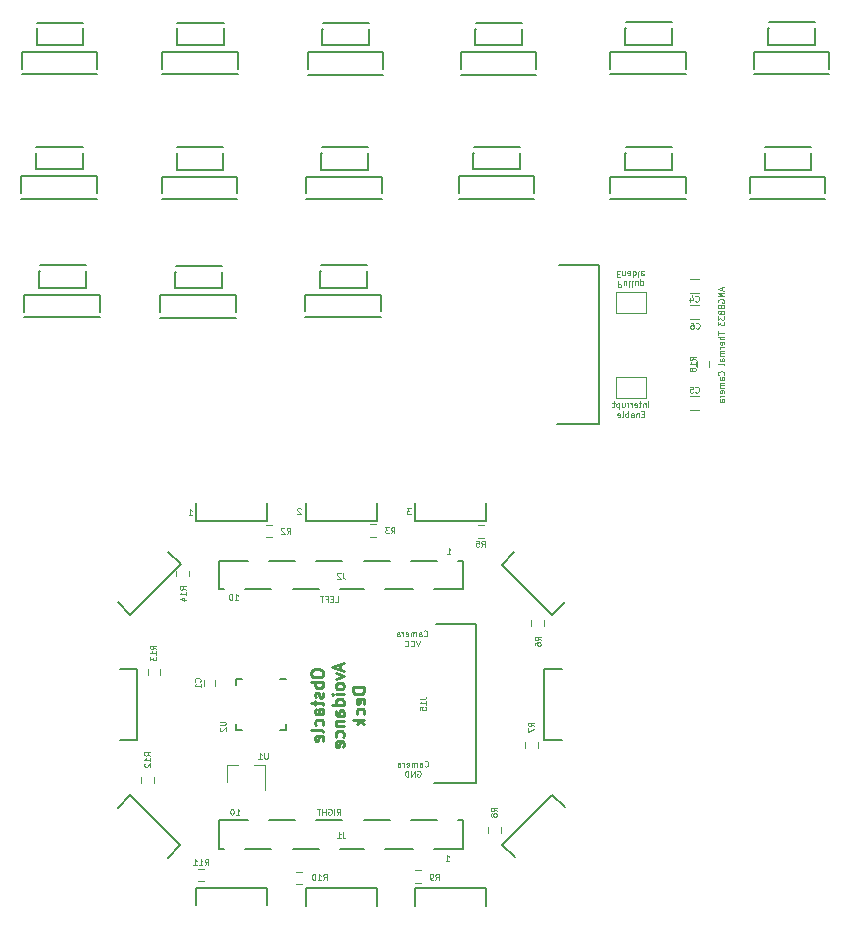
<source format=gbo>
G04 #@! TF.FileFunction,Legend,Bot*
%FSLAX46Y46*%
G04 Gerber Fmt 4.6, Leading zero omitted, Abs format (unit mm)*
G04 Created by KiCad (PCBNEW 4.0.7-e2-6376~58~ubuntu16.04.1) date Fri Aug  3 16:41:56 2018*
%MOMM*%
%LPD*%
G01*
G04 APERTURE LIST*
%ADD10C,0.100000*%
%ADD11C,0.125000*%
%ADD12C,0.250000*%
%ADD13C,0.200000*%
%ADD14C,0.150000*%
%ADD15C,0.120000*%
G04 APERTURE END LIST*
D10*
D11*
X170883333Y-71410954D02*
X170883333Y-71649049D01*
X171026190Y-71363335D02*
X170526190Y-71530002D01*
X171026190Y-71696668D01*
X171026190Y-71863335D02*
X170526190Y-71863335D01*
X170883333Y-72030001D01*
X170526190Y-72196668D01*
X171026190Y-72196668D01*
X170550000Y-72696668D02*
X170526190Y-72649049D01*
X170526190Y-72577621D01*
X170550000Y-72506192D01*
X170597619Y-72458573D01*
X170645238Y-72434764D01*
X170740476Y-72410954D01*
X170811905Y-72410954D01*
X170907143Y-72434764D01*
X170954762Y-72458573D01*
X171002381Y-72506192D01*
X171026190Y-72577621D01*
X171026190Y-72625240D01*
X171002381Y-72696668D01*
X170978571Y-72720478D01*
X170811905Y-72720478D01*
X170811905Y-72625240D01*
X170740476Y-73006192D02*
X170716667Y-72958573D01*
X170692857Y-72934764D01*
X170645238Y-72910954D01*
X170621429Y-72910954D01*
X170573810Y-72934764D01*
X170550000Y-72958573D01*
X170526190Y-73006192D01*
X170526190Y-73101430D01*
X170550000Y-73149049D01*
X170573810Y-73172859D01*
X170621429Y-73196668D01*
X170645238Y-73196668D01*
X170692857Y-73172859D01*
X170716667Y-73149049D01*
X170740476Y-73101430D01*
X170740476Y-73006192D01*
X170764286Y-72958573D01*
X170788095Y-72934764D01*
X170835714Y-72910954D01*
X170930952Y-72910954D01*
X170978571Y-72934764D01*
X171002381Y-72958573D01*
X171026190Y-73006192D01*
X171026190Y-73101430D01*
X171002381Y-73149049D01*
X170978571Y-73172859D01*
X170930952Y-73196668D01*
X170835714Y-73196668D01*
X170788095Y-73172859D01*
X170764286Y-73149049D01*
X170740476Y-73101430D01*
X170740476Y-73482382D02*
X170716667Y-73434763D01*
X170692857Y-73410954D01*
X170645238Y-73387144D01*
X170621429Y-73387144D01*
X170573810Y-73410954D01*
X170550000Y-73434763D01*
X170526190Y-73482382D01*
X170526190Y-73577620D01*
X170550000Y-73625239D01*
X170573810Y-73649049D01*
X170621429Y-73672858D01*
X170645238Y-73672858D01*
X170692857Y-73649049D01*
X170716667Y-73625239D01*
X170740476Y-73577620D01*
X170740476Y-73482382D01*
X170764286Y-73434763D01*
X170788095Y-73410954D01*
X170835714Y-73387144D01*
X170930952Y-73387144D01*
X170978571Y-73410954D01*
X171002381Y-73434763D01*
X171026190Y-73482382D01*
X171026190Y-73577620D01*
X171002381Y-73625239D01*
X170978571Y-73649049D01*
X170930952Y-73672858D01*
X170835714Y-73672858D01*
X170788095Y-73649049D01*
X170764286Y-73625239D01*
X170740476Y-73577620D01*
X170526190Y-73839525D02*
X170526190Y-74149048D01*
X170716667Y-73982382D01*
X170716667Y-74053810D01*
X170740476Y-74101429D01*
X170764286Y-74125239D01*
X170811905Y-74149048D01*
X170930952Y-74149048D01*
X170978571Y-74125239D01*
X171002381Y-74101429D01*
X171026190Y-74053810D01*
X171026190Y-73910953D01*
X171002381Y-73863334D01*
X170978571Y-73839525D01*
X170526190Y-74315715D02*
X170526190Y-74625238D01*
X170716667Y-74458572D01*
X170716667Y-74530000D01*
X170740476Y-74577619D01*
X170764286Y-74601429D01*
X170811905Y-74625238D01*
X170930952Y-74625238D01*
X170978571Y-74601429D01*
X171002381Y-74577619D01*
X171026190Y-74530000D01*
X171026190Y-74387143D01*
X171002381Y-74339524D01*
X170978571Y-74315715D01*
X170526190Y-75149047D02*
X170526190Y-75434761D01*
X171026190Y-75291904D02*
X170526190Y-75291904D01*
X171026190Y-75601428D02*
X170526190Y-75601428D01*
X171026190Y-75815713D02*
X170764286Y-75815713D01*
X170716667Y-75791904D01*
X170692857Y-75744285D01*
X170692857Y-75672856D01*
X170716667Y-75625237D01*
X170740476Y-75601428D01*
X171002381Y-76244285D02*
X171026190Y-76196666D01*
X171026190Y-76101428D01*
X171002381Y-76053809D01*
X170954762Y-76029999D01*
X170764286Y-76029999D01*
X170716667Y-76053809D01*
X170692857Y-76101428D01*
X170692857Y-76196666D01*
X170716667Y-76244285D01*
X170764286Y-76268094D01*
X170811905Y-76268094D01*
X170859524Y-76029999D01*
X171026190Y-76482380D02*
X170692857Y-76482380D01*
X170788095Y-76482380D02*
X170740476Y-76506189D01*
X170716667Y-76529999D01*
X170692857Y-76577618D01*
X170692857Y-76625237D01*
X171026190Y-76791904D02*
X170692857Y-76791904D01*
X170740476Y-76791904D02*
X170716667Y-76815713D01*
X170692857Y-76863332D01*
X170692857Y-76934761D01*
X170716667Y-76982380D01*
X170764286Y-77006189D01*
X171026190Y-77006189D01*
X170764286Y-77006189D02*
X170716667Y-77029999D01*
X170692857Y-77077618D01*
X170692857Y-77149046D01*
X170716667Y-77196666D01*
X170764286Y-77220475D01*
X171026190Y-77220475D01*
X171026190Y-77672856D02*
X170764286Y-77672856D01*
X170716667Y-77649047D01*
X170692857Y-77601428D01*
X170692857Y-77506190D01*
X170716667Y-77458571D01*
X171002381Y-77672856D02*
X171026190Y-77625237D01*
X171026190Y-77506190D01*
X171002381Y-77458571D01*
X170954762Y-77434761D01*
X170907143Y-77434761D01*
X170859524Y-77458571D01*
X170835714Y-77506190D01*
X170835714Y-77625237D01*
X170811905Y-77672856D01*
X171026190Y-77982380D02*
X171002381Y-77934761D01*
X170954762Y-77910952D01*
X170526190Y-77910952D01*
X170978571Y-78839523D02*
X171002381Y-78815713D01*
X171026190Y-78744285D01*
X171026190Y-78696666D01*
X171002381Y-78625237D01*
X170954762Y-78577618D01*
X170907143Y-78553809D01*
X170811905Y-78529999D01*
X170740476Y-78529999D01*
X170645238Y-78553809D01*
X170597619Y-78577618D01*
X170550000Y-78625237D01*
X170526190Y-78696666D01*
X170526190Y-78744285D01*
X170550000Y-78815713D01*
X170573810Y-78839523D01*
X171026190Y-79268094D02*
X170764286Y-79268094D01*
X170716667Y-79244285D01*
X170692857Y-79196666D01*
X170692857Y-79101428D01*
X170716667Y-79053809D01*
X171002381Y-79268094D02*
X171026190Y-79220475D01*
X171026190Y-79101428D01*
X171002381Y-79053809D01*
X170954762Y-79029999D01*
X170907143Y-79029999D01*
X170859524Y-79053809D01*
X170835714Y-79101428D01*
X170835714Y-79220475D01*
X170811905Y-79268094D01*
X171026190Y-79506190D02*
X170692857Y-79506190D01*
X170740476Y-79506190D02*
X170716667Y-79529999D01*
X170692857Y-79577618D01*
X170692857Y-79649047D01*
X170716667Y-79696666D01*
X170764286Y-79720475D01*
X171026190Y-79720475D01*
X170764286Y-79720475D02*
X170716667Y-79744285D01*
X170692857Y-79791904D01*
X170692857Y-79863332D01*
X170716667Y-79910952D01*
X170764286Y-79934761D01*
X171026190Y-79934761D01*
X171002381Y-80363333D02*
X171026190Y-80315714D01*
X171026190Y-80220476D01*
X171002381Y-80172857D01*
X170954762Y-80149047D01*
X170764286Y-80149047D01*
X170716667Y-80172857D01*
X170692857Y-80220476D01*
X170692857Y-80315714D01*
X170716667Y-80363333D01*
X170764286Y-80387142D01*
X170811905Y-80387142D01*
X170859524Y-80149047D01*
X171026190Y-80601428D02*
X170692857Y-80601428D01*
X170788095Y-80601428D02*
X170740476Y-80625237D01*
X170716667Y-80649047D01*
X170692857Y-80696666D01*
X170692857Y-80744285D01*
X171026190Y-81125237D02*
X170764286Y-81125237D01*
X170716667Y-81101428D01*
X170692857Y-81053809D01*
X170692857Y-80958571D01*
X170716667Y-80910952D01*
X171002381Y-81125237D02*
X171026190Y-81077618D01*
X171026190Y-80958571D01*
X171002381Y-80910952D01*
X170954762Y-80887142D01*
X170907143Y-80887142D01*
X170859524Y-80910952D01*
X170835714Y-80958571D01*
X170835714Y-81077618D01*
X170811905Y-81125237D01*
D10*
X162013572Y-70898810D02*
X162013572Y-71398810D01*
X162204048Y-71398810D01*
X162251667Y-71375000D01*
X162275476Y-71351190D01*
X162299286Y-71303571D01*
X162299286Y-71232143D01*
X162275476Y-71184524D01*
X162251667Y-71160714D01*
X162204048Y-71136905D01*
X162013572Y-71136905D01*
X162727857Y-71232143D02*
X162727857Y-70898810D01*
X162513572Y-71232143D02*
X162513572Y-70970238D01*
X162537381Y-70922619D01*
X162585000Y-70898810D01*
X162656429Y-70898810D01*
X162704048Y-70922619D01*
X162727857Y-70946429D01*
X163037381Y-70898810D02*
X162989762Y-70922619D01*
X162965953Y-70970238D01*
X162965953Y-71398810D01*
X163299286Y-70898810D02*
X163251667Y-70922619D01*
X163227858Y-70970238D01*
X163227858Y-71398810D01*
X163704048Y-71232143D02*
X163704048Y-70898810D01*
X163489763Y-71232143D02*
X163489763Y-70970238D01*
X163513572Y-70922619D01*
X163561191Y-70898810D01*
X163632620Y-70898810D01*
X163680239Y-70922619D01*
X163704048Y-70946429D01*
X163942144Y-71232143D02*
X163942144Y-70732143D01*
X163942144Y-71208333D02*
X163989763Y-71232143D01*
X164085001Y-71232143D01*
X164132620Y-71208333D01*
X164156429Y-71184524D01*
X164180239Y-71136905D01*
X164180239Y-70994048D01*
X164156429Y-70946429D01*
X164132620Y-70922619D01*
X164085001Y-70898810D01*
X163989763Y-70898810D01*
X163942144Y-70922619D01*
X161954048Y-70310714D02*
X162120714Y-70310714D01*
X162192143Y-70048810D02*
X161954048Y-70048810D01*
X161954048Y-70548810D01*
X162192143Y-70548810D01*
X162406429Y-70382143D02*
X162406429Y-70048810D01*
X162406429Y-70334524D02*
X162430238Y-70358333D01*
X162477857Y-70382143D01*
X162549286Y-70382143D01*
X162596905Y-70358333D01*
X162620714Y-70310714D01*
X162620714Y-70048810D01*
X163073095Y-70048810D02*
X163073095Y-70310714D01*
X163049286Y-70358333D01*
X163001667Y-70382143D01*
X162906429Y-70382143D01*
X162858810Y-70358333D01*
X163073095Y-70072619D02*
X163025476Y-70048810D01*
X162906429Y-70048810D01*
X162858810Y-70072619D01*
X162835000Y-70120238D01*
X162835000Y-70167857D01*
X162858810Y-70215476D01*
X162906429Y-70239286D01*
X163025476Y-70239286D01*
X163073095Y-70263095D01*
X163311191Y-70048810D02*
X163311191Y-70548810D01*
X163311191Y-70358333D02*
X163358810Y-70382143D01*
X163454048Y-70382143D01*
X163501667Y-70358333D01*
X163525476Y-70334524D01*
X163549286Y-70286905D01*
X163549286Y-70144048D01*
X163525476Y-70096429D01*
X163501667Y-70072619D01*
X163454048Y-70048810D01*
X163358810Y-70048810D01*
X163311191Y-70072619D01*
X163835000Y-70048810D02*
X163787381Y-70072619D01*
X163763572Y-70120238D01*
X163763572Y-70548810D01*
X164215953Y-70072619D02*
X164168334Y-70048810D01*
X164073096Y-70048810D01*
X164025477Y-70072619D01*
X164001667Y-70120238D01*
X164001667Y-70310714D01*
X164025477Y-70358333D01*
X164073096Y-70382143D01*
X164168334Y-70382143D01*
X164215953Y-70358333D01*
X164239762Y-70310714D01*
X164239762Y-70263095D01*
X164001667Y-70215476D01*
X164623094Y-81576190D02*
X164623094Y-81076190D01*
X164384999Y-81242857D02*
X164384999Y-81576190D01*
X164384999Y-81290476D02*
X164361190Y-81266667D01*
X164313571Y-81242857D01*
X164242142Y-81242857D01*
X164194523Y-81266667D01*
X164170714Y-81314286D01*
X164170714Y-81576190D01*
X164004047Y-81242857D02*
X163813571Y-81242857D01*
X163932618Y-81076190D02*
X163932618Y-81504762D01*
X163908809Y-81552381D01*
X163861190Y-81576190D01*
X163813571Y-81576190D01*
X163456428Y-81552381D02*
X163504047Y-81576190D01*
X163599285Y-81576190D01*
X163646904Y-81552381D01*
X163670714Y-81504762D01*
X163670714Y-81314286D01*
X163646904Y-81266667D01*
X163599285Y-81242857D01*
X163504047Y-81242857D01*
X163456428Y-81266667D01*
X163432619Y-81314286D01*
X163432619Y-81361905D01*
X163670714Y-81409524D01*
X163218333Y-81576190D02*
X163218333Y-81242857D01*
X163218333Y-81338095D02*
X163194524Y-81290476D01*
X163170714Y-81266667D01*
X163123095Y-81242857D01*
X163075476Y-81242857D01*
X162908809Y-81576190D02*
X162908809Y-81242857D01*
X162908809Y-81338095D02*
X162885000Y-81290476D01*
X162861190Y-81266667D01*
X162813571Y-81242857D01*
X162765952Y-81242857D01*
X162385000Y-81242857D02*
X162385000Y-81576190D01*
X162599285Y-81242857D02*
X162599285Y-81504762D01*
X162575476Y-81552381D01*
X162527857Y-81576190D01*
X162456428Y-81576190D01*
X162408809Y-81552381D01*
X162385000Y-81528571D01*
X162146904Y-81242857D02*
X162146904Y-81742857D01*
X162146904Y-81266667D02*
X162099285Y-81242857D01*
X162004047Y-81242857D01*
X161956428Y-81266667D01*
X161932619Y-81290476D01*
X161908809Y-81338095D01*
X161908809Y-81480952D01*
X161932619Y-81528571D01*
X161956428Y-81552381D01*
X162004047Y-81576190D01*
X162099285Y-81576190D01*
X162146904Y-81552381D01*
X161765952Y-81242857D02*
X161575476Y-81242857D01*
X161694523Y-81076190D02*
X161694523Y-81504762D01*
X161670714Y-81552381D01*
X161623095Y-81576190D01*
X161575476Y-81576190D01*
X164265952Y-82164286D02*
X164099286Y-82164286D01*
X164027857Y-82426190D02*
X164265952Y-82426190D01*
X164265952Y-81926190D01*
X164027857Y-81926190D01*
X163813571Y-82092857D02*
X163813571Y-82426190D01*
X163813571Y-82140476D02*
X163789762Y-82116667D01*
X163742143Y-82092857D01*
X163670714Y-82092857D01*
X163623095Y-82116667D01*
X163599286Y-82164286D01*
X163599286Y-82426190D01*
X163146905Y-82426190D02*
X163146905Y-82164286D01*
X163170714Y-82116667D01*
X163218333Y-82092857D01*
X163313571Y-82092857D01*
X163361190Y-82116667D01*
X163146905Y-82402381D02*
X163194524Y-82426190D01*
X163313571Y-82426190D01*
X163361190Y-82402381D01*
X163385000Y-82354762D01*
X163385000Y-82307143D01*
X163361190Y-82259524D01*
X163313571Y-82235714D01*
X163194524Y-82235714D01*
X163146905Y-82211905D01*
X162908809Y-82426190D02*
X162908809Y-81926190D01*
X162908809Y-82116667D02*
X162861190Y-82092857D01*
X162765952Y-82092857D01*
X162718333Y-82116667D01*
X162694524Y-82140476D01*
X162670714Y-82188095D01*
X162670714Y-82330952D01*
X162694524Y-82378571D01*
X162718333Y-82402381D01*
X162765952Y-82426190D01*
X162861190Y-82426190D01*
X162908809Y-82402381D01*
X162385000Y-82426190D02*
X162432619Y-82402381D01*
X162456428Y-82354762D01*
X162456428Y-81926190D01*
X162004047Y-82402381D02*
X162051666Y-82426190D01*
X162146904Y-82426190D01*
X162194523Y-82402381D01*
X162218333Y-82354762D01*
X162218333Y-82164286D01*
X162194523Y-82116667D01*
X162146904Y-82092857D01*
X162051666Y-82092857D01*
X162004047Y-82116667D01*
X161980238Y-82164286D01*
X161980238Y-82211905D01*
X162218333Y-82259524D01*
D11*
X144491666Y-90126190D02*
X144182143Y-90126190D01*
X144348809Y-90316667D01*
X144277381Y-90316667D01*
X144229762Y-90340476D01*
X144205952Y-90364286D01*
X144182143Y-90411905D01*
X144182143Y-90530952D01*
X144205952Y-90578571D01*
X144229762Y-90602381D01*
X144277381Y-90626190D01*
X144420238Y-90626190D01*
X144467857Y-90602381D01*
X144491666Y-90578571D01*
X135167857Y-90148810D02*
X135144047Y-90125000D01*
X135096428Y-90101190D01*
X134977381Y-90101190D01*
X134929762Y-90125000D01*
X134905952Y-90148810D01*
X134882143Y-90196429D01*
X134882143Y-90244048D01*
X134905952Y-90315476D01*
X135191666Y-90601190D01*
X134882143Y-90601190D01*
X125682143Y-90676190D02*
X125967857Y-90676190D01*
X125825000Y-90676190D02*
X125825000Y-90176190D01*
X125872619Y-90247619D01*
X125920238Y-90295238D01*
X125967857Y-90319048D01*
D12*
X136077381Y-104015475D02*
X136077381Y-104205952D01*
X136125000Y-104301190D01*
X136220238Y-104396428D01*
X136410714Y-104444047D01*
X136744048Y-104444047D01*
X136934524Y-104396428D01*
X137029762Y-104301190D01*
X137077381Y-104205952D01*
X137077381Y-104015475D01*
X137029762Y-103920237D01*
X136934524Y-103824999D01*
X136744048Y-103777380D01*
X136410714Y-103777380D01*
X136220238Y-103824999D01*
X136125000Y-103920237D01*
X136077381Y-104015475D01*
X137077381Y-104872618D02*
X136077381Y-104872618D01*
X136458333Y-104872618D02*
X136410714Y-104967856D01*
X136410714Y-105158333D01*
X136458333Y-105253571D01*
X136505952Y-105301190D01*
X136601190Y-105348809D01*
X136886905Y-105348809D01*
X136982143Y-105301190D01*
X137029762Y-105253571D01*
X137077381Y-105158333D01*
X137077381Y-104967856D01*
X137029762Y-104872618D01*
X137029762Y-105729761D02*
X137077381Y-105824999D01*
X137077381Y-106015475D01*
X137029762Y-106110714D01*
X136934524Y-106158333D01*
X136886905Y-106158333D01*
X136791667Y-106110714D01*
X136744048Y-106015475D01*
X136744048Y-105872618D01*
X136696429Y-105777380D01*
X136601190Y-105729761D01*
X136553571Y-105729761D01*
X136458333Y-105777380D01*
X136410714Y-105872618D01*
X136410714Y-106015475D01*
X136458333Y-106110714D01*
X136410714Y-106444047D02*
X136410714Y-106824999D01*
X136077381Y-106586904D02*
X136934524Y-106586904D01*
X137029762Y-106634523D01*
X137077381Y-106729761D01*
X137077381Y-106824999D01*
X137077381Y-107586905D02*
X136553571Y-107586905D01*
X136458333Y-107539286D01*
X136410714Y-107444048D01*
X136410714Y-107253571D01*
X136458333Y-107158333D01*
X137029762Y-107586905D02*
X137077381Y-107491667D01*
X137077381Y-107253571D01*
X137029762Y-107158333D01*
X136934524Y-107110714D01*
X136839286Y-107110714D01*
X136744048Y-107158333D01*
X136696429Y-107253571D01*
X136696429Y-107491667D01*
X136648810Y-107586905D01*
X137029762Y-108491667D02*
X137077381Y-108396429D01*
X137077381Y-108205952D01*
X137029762Y-108110714D01*
X136982143Y-108063095D01*
X136886905Y-108015476D01*
X136601190Y-108015476D01*
X136505952Y-108063095D01*
X136458333Y-108110714D01*
X136410714Y-108205952D01*
X136410714Y-108396429D01*
X136458333Y-108491667D01*
X137077381Y-109063095D02*
X137029762Y-108967857D01*
X136934524Y-108920238D01*
X136077381Y-108920238D01*
X137029762Y-109825001D02*
X137077381Y-109729763D01*
X137077381Y-109539286D01*
X137029762Y-109444048D01*
X136934524Y-109396429D01*
X136553571Y-109396429D01*
X136458333Y-109444048D01*
X136410714Y-109539286D01*
X136410714Y-109729763D01*
X136458333Y-109825001D01*
X136553571Y-109872620D01*
X136648810Y-109872620D01*
X136744048Y-109396429D01*
X138541667Y-103301190D02*
X138541667Y-103777381D01*
X138827381Y-103205952D02*
X137827381Y-103539285D01*
X138827381Y-103872619D01*
X138160714Y-104110714D02*
X138827381Y-104348809D01*
X138160714Y-104586905D01*
X138827381Y-105110714D02*
X138779762Y-105015476D01*
X138732143Y-104967857D01*
X138636905Y-104920238D01*
X138351190Y-104920238D01*
X138255952Y-104967857D01*
X138208333Y-105015476D01*
X138160714Y-105110714D01*
X138160714Y-105253572D01*
X138208333Y-105348810D01*
X138255952Y-105396429D01*
X138351190Y-105444048D01*
X138636905Y-105444048D01*
X138732143Y-105396429D01*
X138779762Y-105348810D01*
X138827381Y-105253572D01*
X138827381Y-105110714D01*
X138827381Y-105872619D02*
X138160714Y-105872619D01*
X137827381Y-105872619D02*
X137875000Y-105825000D01*
X137922619Y-105872619D01*
X137875000Y-105920238D01*
X137827381Y-105872619D01*
X137922619Y-105872619D01*
X138827381Y-106777381D02*
X137827381Y-106777381D01*
X138779762Y-106777381D02*
X138827381Y-106682143D01*
X138827381Y-106491666D01*
X138779762Y-106396428D01*
X138732143Y-106348809D01*
X138636905Y-106301190D01*
X138351190Y-106301190D01*
X138255952Y-106348809D01*
X138208333Y-106396428D01*
X138160714Y-106491666D01*
X138160714Y-106682143D01*
X138208333Y-106777381D01*
X138827381Y-107682143D02*
X138303571Y-107682143D01*
X138208333Y-107634524D01*
X138160714Y-107539286D01*
X138160714Y-107348809D01*
X138208333Y-107253571D01*
X138779762Y-107682143D02*
X138827381Y-107586905D01*
X138827381Y-107348809D01*
X138779762Y-107253571D01*
X138684524Y-107205952D01*
X138589286Y-107205952D01*
X138494048Y-107253571D01*
X138446429Y-107348809D01*
X138446429Y-107586905D01*
X138398810Y-107682143D01*
X138160714Y-108158333D02*
X138827381Y-108158333D01*
X138255952Y-108158333D02*
X138208333Y-108205952D01*
X138160714Y-108301190D01*
X138160714Y-108444048D01*
X138208333Y-108539286D01*
X138303571Y-108586905D01*
X138827381Y-108586905D01*
X138779762Y-109491667D02*
X138827381Y-109396429D01*
X138827381Y-109205952D01*
X138779762Y-109110714D01*
X138732143Y-109063095D01*
X138636905Y-109015476D01*
X138351190Y-109015476D01*
X138255952Y-109063095D01*
X138208333Y-109110714D01*
X138160714Y-109205952D01*
X138160714Y-109396429D01*
X138208333Y-109491667D01*
X138779762Y-110301191D02*
X138827381Y-110205953D01*
X138827381Y-110015476D01*
X138779762Y-109920238D01*
X138684524Y-109872619D01*
X138303571Y-109872619D01*
X138208333Y-109920238D01*
X138160714Y-110015476D01*
X138160714Y-110205953D01*
X138208333Y-110301191D01*
X138303571Y-110348810D01*
X138398810Y-110348810D01*
X138494048Y-109872619D01*
X140577381Y-105301190D02*
X139577381Y-105301190D01*
X139577381Y-105539285D01*
X139625000Y-105682143D01*
X139720238Y-105777381D01*
X139815476Y-105825000D01*
X140005952Y-105872619D01*
X140148810Y-105872619D01*
X140339286Y-105825000D01*
X140434524Y-105777381D01*
X140529762Y-105682143D01*
X140577381Y-105539285D01*
X140577381Y-105301190D01*
X140529762Y-106682143D02*
X140577381Y-106586905D01*
X140577381Y-106396428D01*
X140529762Y-106301190D01*
X140434524Y-106253571D01*
X140053571Y-106253571D01*
X139958333Y-106301190D01*
X139910714Y-106396428D01*
X139910714Y-106586905D01*
X139958333Y-106682143D01*
X140053571Y-106729762D01*
X140148810Y-106729762D01*
X140244048Y-106253571D01*
X140529762Y-107586905D02*
X140577381Y-107491667D01*
X140577381Y-107301190D01*
X140529762Y-107205952D01*
X140482143Y-107158333D01*
X140386905Y-107110714D01*
X140101190Y-107110714D01*
X140005952Y-107158333D01*
X139958333Y-107205952D01*
X139910714Y-107301190D01*
X139910714Y-107491667D01*
X139958333Y-107586905D01*
X140577381Y-108015476D02*
X139577381Y-108015476D01*
X140196429Y-108110714D02*
X140577381Y-108396429D01*
X139910714Y-108396429D02*
X140291667Y-108015476D01*
D10*
X145600000Y-100928571D02*
X145623810Y-100952381D01*
X145695238Y-100976190D01*
X145742857Y-100976190D01*
X145814286Y-100952381D01*
X145861905Y-100904762D01*
X145885714Y-100857143D01*
X145909524Y-100761905D01*
X145909524Y-100690476D01*
X145885714Y-100595238D01*
X145861905Y-100547619D01*
X145814286Y-100500000D01*
X145742857Y-100476190D01*
X145695238Y-100476190D01*
X145623810Y-100500000D01*
X145600000Y-100523810D01*
X145171429Y-100976190D02*
X145171429Y-100714286D01*
X145195238Y-100666667D01*
X145242857Y-100642857D01*
X145338095Y-100642857D01*
X145385714Y-100666667D01*
X145171429Y-100952381D02*
X145219048Y-100976190D01*
X145338095Y-100976190D01*
X145385714Y-100952381D01*
X145409524Y-100904762D01*
X145409524Y-100857143D01*
X145385714Y-100809524D01*
X145338095Y-100785714D01*
X145219048Y-100785714D01*
X145171429Y-100761905D01*
X144933333Y-100976190D02*
X144933333Y-100642857D01*
X144933333Y-100690476D02*
X144909524Y-100666667D01*
X144861905Y-100642857D01*
X144790476Y-100642857D01*
X144742857Y-100666667D01*
X144719048Y-100714286D01*
X144719048Y-100976190D01*
X144719048Y-100714286D02*
X144695238Y-100666667D01*
X144647619Y-100642857D01*
X144576191Y-100642857D01*
X144528571Y-100666667D01*
X144504762Y-100714286D01*
X144504762Y-100976190D01*
X144076190Y-100952381D02*
X144123809Y-100976190D01*
X144219047Y-100976190D01*
X144266666Y-100952381D01*
X144290476Y-100904762D01*
X144290476Y-100714286D01*
X144266666Y-100666667D01*
X144219047Y-100642857D01*
X144123809Y-100642857D01*
X144076190Y-100666667D01*
X144052381Y-100714286D01*
X144052381Y-100761905D01*
X144290476Y-100809524D01*
X143838095Y-100976190D02*
X143838095Y-100642857D01*
X143838095Y-100738095D02*
X143814286Y-100690476D01*
X143790476Y-100666667D01*
X143742857Y-100642857D01*
X143695238Y-100642857D01*
X143314286Y-100976190D02*
X143314286Y-100714286D01*
X143338095Y-100666667D01*
X143385714Y-100642857D01*
X143480952Y-100642857D01*
X143528571Y-100666667D01*
X143314286Y-100952381D02*
X143361905Y-100976190D01*
X143480952Y-100976190D01*
X143528571Y-100952381D01*
X143552381Y-100904762D01*
X143552381Y-100857143D01*
X143528571Y-100809524D01*
X143480952Y-100785714D01*
X143361905Y-100785714D01*
X143314286Y-100761905D01*
X145266666Y-101326190D02*
X145099999Y-101826190D01*
X144933333Y-101326190D01*
X144480952Y-101778571D02*
X144504762Y-101802381D01*
X144576190Y-101826190D01*
X144623809Y-101826190D01*
X144695238Y-101802381D01*
X144742857Y-101754762D01*
X144766666Y-101707143D01*
X144790476Y-101611905D01*
X144790476Y-101540476D01*
X144766666Y-101445238D01*
X144742857Y-101397619D01*
X144695238Y-101350000D01*
X144623809Y-101326190D01*
X144576190Y-101326190D01*
X144504762Y-101350000D01*
X144480952Y-101373810D01*
X143980952Y-101778571D02*
X144004762Y-101802381D01*
X144076190Y-101826190D01*
X144123809Y-101826190D01*
X144195238Y-101802381D01*
X144242857Y-101754762D01*
X144266666Y-101707143D01*
X144290476Y-101611905D01*
X144290476Y-101540476D01*
X144266666Y-101445238D01*
X144242857Y-101397619D01*
X144195238Y-101350000D01*
X144123809Y-101326190D01*
X144076190Y-101326190D01*
X144004762Y-101350000D01*
X143980952Y-101373810D01*
X145675000Y-111953571D02*
X145698810Y-111977381D01*
X145770238Y-112001190D01*
X145817857Y-112001190D01*
X145889286Y-111977381D01*
X145936905Y-111929762D01*
X145960714Y-111882143D01*
X145984524Y-111786905D01*
X145984524Y-111715476D01*
X145960714Y-111620238D01*
X145936905Y-111572619D01*
X145889286Y-111525000D01*
X145817857Y-111501190D01*
X145770238Y-111501190D01*
X145698810Y-111525000D01*
X145675000Y-111548810D01*
X145246429Y-112001190D02*
X145246429Y-111739286D01*
X145270238Y-111691667D01*
X145317857Y-111667857D01*
X145413095Y-111667857D01*
X145460714Y-111691667D01*
X145246429Y-111977381D02*
X145294048Y-112001190D01*
X145413095Y-112001190D01*
X145460714Y-111977381D01*
X145484524Y-111929762D01*
X145484524Y-111882143D01*
X145460714Y-111834524D01*
X145413095Y-111810714D01*
X145294048Y-111810714D01*
X145246429Y-111786905D01*
X145008333Y-112001190D02*
X145008333Y-111667857D01*
X145008333Y-111715476D02*
X144984524Y-111691667D01*
X144936905Y-111667857D01*
X144865476Y-111667857D01*
X144817857Y-111691667D01*
X144794048Y-111739286D01*
X144794048Y-112001190D01*
X144794048Y-111739286D02*
X144770238Y-111691667D01*
X144722619Y-111667857D01*
X144651191Y-111667857D01*
X144603571Y-111691667D01*
X144579762Y-111739286D01*
X144579762Y-112001190D01*
X144151190Y-111977381D02*
X144198809Y-112001190D01*
X144294047Y-112001190D01*
X144341666Y-111977381D01*
X144365476Y-111929762D01*
X144365476Y-111739286D01*
X144341666Y-111691667D01*
X144294047Y-111667857D01*
X144198809Y-111667857D01*
X144151190Y-111691667D01*
X144127381Y-111739286D01*
X144127381Y-111786905D01*
X144365476Y-111834524D01*
X143913095Y-112001190D02*
X143913095Y-111667857D01*
X143913095Y-111763095D02*
X143889286Y-111715476D01*
X143865476Y-111691667D01*
X143817857Y-111667857D01*
X143770238Y-111667857D01*
X143389286Y-112001190D02*
X143389286Y-111739286D01*
X143413095Y-111691667D01*
X143460714Y-111667857D01*
X143555952Y-111667857D01*
X143603571Y-111691667D01*
X143389286Y-111977381D02*
X143436905Y-112001190D01*
X143555952Y-112001190D01*
X143603571Y-111977381D01*
X143627381Y-111929762D01*
X143627381Y-111882143D01*
X143603571Y-111834524D01*
X143555952Y-111810714D01*
X143436905Y-111810714D01*
X143389286Y-111786905D01*
X145055953Y-112375000D02*
X145103572Y-112351190D01*
X145175000Y-112351190D01*
X145246429Y-112375000D01*
X145294048Y-112422619D01*
X145317857Y-112470238D01*
X145341667Y-112565476D01*
X145341667Y-112636905D01*
X145317857Y-112732143D01*
X145294048Y-112779762D01*
X145246429Y-112827381D01*
X145175000Y-112851190D01*
X145127381Y-112851190D01*
X145055953Y-112827381D01*
X145032143Y-112803571D01*
X145032143Y-112636905D01*
X145127381Y-112636905D01*
X144817857Y-112851190D02*
X144817857Y-112351190D01*
X144532143Y-112851190D01*
X144532143Y-112351190D01*
X144294047Y-112851190D02*
X144294047Y-112351190D01*
X144175000Y-112351190D01*
X144103571Y-112375000D01*
X144055952Y-112422619D01*
X144032143Y-112470238D01*
X144008333Y-112565476D01*
X144008333Y-112636905D01*
X144032143Y-112732143D01*
X144055952Y-112779762D01*
X144103571Y-112827381D01*
X144175000Y-112851190D01*
X144294047Y-112851190D01*
D13*
X130700000Y-94550000D02*
X128300000Y-94550000D01*
X128300000Y-94550000D02*
X128300000Y-96950000D01*
X128300000Y-96950000D02*
X128700000Y-96950000D01*
X134700000Y-94550000D02*
X132500000Y-94550000D01*
X138700000Y-94550000D02*
X136500000Y-94550000D01*
X132700000Y-96950000D02*
X130500000Y-96950000D01*
X136700000Y-96950000D02*
X134500000Y-96950000D01*
X140500000Y-96950000D02*
X138500000Y-96950000D01*
X142700000Y-94550000D02*
X140500000Y-94550000D01*
X144700000Y-96950000D02*
X142300000Y-96950000D01*
X146700000Y-94550000D02*
X144500000Y-94550000D01*
X148900000Y-94550000D02*
X148500000Y-94550000D01*
X148900000Y-94550000D02*
X148900000Y-96950000D01*
X148900000Y-96950000D02*
X146500000Y-96950000D01*
D14*
X132330000Y-89690000D02*
X132330000Y-91190000D01*
X132330000Y-91190000D02*
X126330000Y-91190000D01*
X126330000Y-91190000D02*
X126330000Y-89690000D01*
X141610000Y-89720000D02*
X141610000Y-91220000D01*
X141610000Y-91220000D02*
X135610000Y-91220000D01*
X135610000Y-91220000D02*
X135610000Y-89720000D01*
X150880000Y-89700000D02*
X150880000Y-91200000D01*
X150880000Y-91200000D02*
X144880000Y-91200000D01*
X144880000Y-91200000D02*
X144880000Y-89700000D01*
X144890000Y-123800000D02*
X144890000Y-122300000D01*
X144890000Y-122300000D02*
X150890000Y-122300000D01*
X150890000Y-122300000D02*
X150890000Y-123800000D01*
X126320000Y-123740000D02*
X126320000Y-122240000D01*
X126320000Y-122240000D02*
X132320000Y-122240000D01*
X132320000Y-122240000D02*
X132320000Y-123740000D01*
X129660000Y-104580000D02*
X129660000Y-105105000D01*
X133960000Y-108880000D02*
X133960000Y-108355000D01*
X129660000Y-108880000D02*
X129660000Y-108355000D01*
X133960000Y-104580000D02*
X133435000Y-104580000D01*
X133960000Y-108880000D02*
X133435000Y-108880000D01*
X129660000Y-108880000D02*
X130185000Y-108880000D01*
X129660000Y-104580000D02*
X130185000Y-104580000D01*
X157515584Y-98077056D02*
X156454924Y-99137716D01*
X156454924Y-99137716D02*
X152212284Y-94895076D01*
X152212284Y-94895076D02*
X153272944Y-93834416D01*
X157320000Y-109750000D02*
X155820000Y-109750000D01*
X155820000Y-109750000D02*
X155820000Y-103750000D01*
X155820000Y-103750000D02*
X157320000Y-103750000D01*
X119860000Y-103760000D02*
X121360000Y-103760000D01*
X121360000Y-103760000D02*
X121360000Y-109760000D01*
X121360000Y-109760000D02*
X119860000Y-109760000D01*
X135600000Y-123800000D02*
X135600000Y-122300000D01*
X135600000Y-122300000D02*
X141600000Y-122300000D01*
X141600000Y-122300000D02*
X141600000Y-123800000D01*
X119684416Y-115482944D02*
X120745076Y-114422284D01*
X120745076Y-114422284D02*
X124987716Y-118664924D01*
X124987716Y-118664924D02*
X123927056Y-119725584D01*
X153292944Y-119695584D02*
X152232284Y-118634924D01*
X152232284Y-118634924D02*
X156474924Y-114392284D01*
X156474924Y-114392284D02*
X157535584Y-115452944D01*
X123947056Y-93824416D02*
X125007716Y-94885076D01*
X125007716Y-94885076D02*
X120765076Y-99127716D01*
X120765076Y-99127716D02*
X119704416Y-98067056D01*
D15*
X128960000Y-111850000D02*
X129890000Y-111850000D01*
X132120000Y-111850000D02*
X131190000Y-111850000D01*
X132120000Y-111850000D02*
X132120000Y-114010000D01*
X128960000Y-111850000D02*
X128960000Y-113310000D01*
X127010000Y-105170000D02*
X127010000Y-104670000D01*
X127950000Y-104670000D02*
X127950000Y-105170000D01*
X132270000Y-91510000D02*
X132770000Y-91510000D01*
X132770000Y-92570000D02*
X132270000Y-92570000D01*
X141075000Y-91495000D02*
X141575000Y-91495000D01*
X141575000Y-92555000D02*
X141075000Y-92555000D01*
X150175000Y-91545000D02*
X150675000Y-91545000D01*
X150675000Y-92605000D02*
X150175000Y-92605000D01*
X155755000Y-99600000D02*
X155755000Y-100100000D01*
X154695000Y-100100000D02*
X154695000Y-99600000D01*
X155255000Y-109925000D02*
X155255000Y-110425000D01*
X154195000Y-110425000D02*
X154195000Y-109925000D01*
X152105000Y-117100000D02*
X152105000Y-117600000D01*
X151045000Y-117600000D02*
X151045000Y-117100000D01*
X145375000Y-121855000D02*
X144875000Y-121855000D01*
X144875000Y-120795000D02*
X145375000Y-120795000D01*
X135300000Y-121955000D02*
X134800000Y-121955000D01*
X134800000Y-120895000D02*
X135300000Y-120895000D01*
X127025000Y-121705000D02*
X126525000Y-121705000D01*
X126525000Y-120645000D02*
X127025000Y-120645000D01*
X121695000Y-113350000D02*
X121695000Y-112850000D01*
X122755000Y-112850000D02*
X122755000Y-113350000D01*
X122220000Y-104250000D02*
X122220000Y-103750000D01*
X123280000Y-103750000D02*
X123280000Y-104250000D01*
X124620000Y-95900000D02*
X124620000Y-95400000D01*
X125680000Y-95400000D02*
X125680000Y-95900000D01*
D13*
X130700000Y-116550000D02*
X128300000Y-116550000D01*
X128300000Y-116550000D02*
X128300000Y-118950000D01*
X128300000Y-118950000D02*
X128700000Y-118950000D01*
X134700000Y-116550000D02*
X132500000Y-116550000D01*
X138700000Y-116550000D02*
X136500000Y-116550000D01*
X132700000Y-118950000D02*
X130500000Y-118950000D01*
X136700000Y-118950000D02*
X134500000Y-118950000D01*
X140500000Y-118950000D02*
X138500000Y-118950000D01*
X142700000Y-116550000D02*
X140500000Y-116550000D01*
X144700000Y-118950000D02*
X142300000Y-118950000D01*
X146700000Y-116550000D02*
X144500000Y-116550000D01*
X148900000Y-116550000D02*
X148500000Y-116550000D01*
X148900000Y-116550000D02*
X148900000Y-118950000D01*
X148900000Y-118950000D02*
X146500000Y-118950000D01*
D14*
X146600000Y-99925000D02*
X150000000Y-99925000D01*
X150000000Y-99925000D02*
X150000000Y-113325000D01*
X150000000Y-113325000D02*
X150000000Y-113425000D01*
X150000000Y-113425000D02*
X146500000Y-113425000D01*
D15*
X168860000Y-70725000D02*
X168160000Y-70725000D01*
X168160000Y-71925000D02*
X168860000Y-71925000D01*
X168860000Y-80600000D02*
X168160000Y-80600000D01*
X168160000Y-81800000D02*
X168860000Y-81800000D01*
X168860000Y-72925000D02*
X168160000Y-72925000D01*
X168160000Y-74125000D02*
X168860000Y-74125000D01*
X161865000Y-71835000D02*
X164405000Y-71835000D01*
X164405000Y-73615000D02*
X161865000Y-73615000D01*
X164405000Y-73615000D02*
X164405000Y-71835000D01*
X161865000Y-71835000D02*
X161865000Y-73615000D01*
X164405000Y-80765000D02*
X161865000Y-80765000D01*
X161865000Y-78985000D02*
X164405000Y-78985000D01*
X161865000Y-78985000D02*
X161865000Y-80765000D01*
X164405000Y-80765000D02*
X164405000Y-78985000D01*
D14*
X157010000Y-69500000D02*
X160410000Y-69500000D01*
X160410000Y-69500000D02*
X160410000Y-82900000D01*
X160410000Y-82900000D02*
X160410000Y-83000000D01*
X160410000Y-83000000D02*
X156910000Y-83000000D01*
D15*
X169790000Y-77625000D02*
X169790000Y-78125000D01*
X168730000Y-78125000D02*
X168730000Y-77625000D01*
D14*
X178735000Y-50695000D02*
X178735000Y-49545000D01*
X178735000Y-49545000D02*
X178735000Y-49495000D01*
X178735000Y-48995000D02*
X174835000Y-48995000D01*
X174835000Y-49495000D02*
X174785000Y-49495000D01*
X174785000Y-49495000D02*
X174785000Y-50645000D01*
X174785000Y-50645000D02*
X174785000Y-50845000D01*
X174785000Y-50845000D02*
X174785000Y-50895000D01*
X174785000Y-50895000D02*
X178735000Y-50895000D01*
X178735000Y-50895000D02*
X178735000Y-50695000D01*
X179935000Y-52695000D02*
X179935000Y-51545000D01*
X179935000Y-51545000D02*
X179935000Y-51495000D01*
X179935000Y-51495000D02*
X173585000Y-51495000D01*
X173585000Y-51495000D02*
X173535000Y-51495000D01*
X173535000Y-51495000D02*
X173535000Y-52845000D01*
X173535000Y-52845000D02*
X173535000Y-52895000D01*
X173535000Y-53395000D02*
X179935000Y-53395000D01*
X179935000Y-52895000D02*
X179935000Y-52695000D01*
X116765000Y-50700000D02*
X116765000Y-49550000D01*
X116765000Y-49550000D02*
X116765000Y-49500000D01*
X116765000Y-49000000D02*
X112865000Y-49000000D01*
X112865000Y-49500000D02*
X112815000Y-49500000D01*
X112815000Y-49500000D02*
X112815000Y-50650000D01*
X112815000Y-50650000D02*
X112815000Y-50850000D01*
X112815000Y-50850000D02*
X112815000Y-50900000D01*
X112815000Y-50900000D02*
X116765000Y-50900000D01*
X116765000Y-50900000D02*
X116765000Y-50700000D01*
X117965000Y-52700000D02*
X117965000Y-51550000D01*
X117965000Y-51550000D02*
X117965000Y-51500000D01*
X117965000Y-51500000D02*
X111615000Y-51500000D01*
X111615000Y-51500000D02*
X111565000Y-51500000D01*
X111565000Y-51500000D02*
X111565000Y-52850000D01*
X111565000Y-52850000D02*
X111565000Y-52900000D01*
X111565000Y-53400000D02*
X117965000Y-53400000D01*
X117965000Y-52900000D02*
X117965000Y-52700000D01*
X128645000Y-50700000D02*
X128645000Y-49550000D01*
X128645000Y-49550000D02*
X128645000Y-49500000D01*
X128645000Y-49000000D02*
X124745000Y-49000000D01*
X124745000Y-49500000D02*
X124695000Y-49500000D01*
X124695000Y-49500000D02*
X124695000Y-50650000D01*
X124695000Y-50650000D02*
X124695000Y-50850000D01*
X124695000Y-50850000D02*
X124695000Y-50900000D01*
X124695000Y-50900000D02*
X128645000Y-50900000D01*
X128645000Y-50900000D02*
X128645000Y-50700000D01*
X129845000Y-52700000D02*
X129845000Y-51550000D01*
X129845000Y-51550000D02*
X129845000Y-51500000D01*
X129845000Y-51500000D02*
X123495000Y-51500000D01*
X123495000Y-51500000D02*
X123445000Y-51500000D01*
X123445000Y-51500000D02*
X123445000Y-52850000D01*
X123445000Y-52850000D02*
X123445000Y-52900000D01*
X123445000Y-53400000D02*
X129845000Y-53400000D01*
X129845000Y-52900000D02*
X129845000Y-52700000D01*
X178405000Y-61270000D02*
X178405000Y-60120000D01*
X178405000Y-60120000D02*
X178405000Y-60070000D01*
X178405000Y-59570000D02*
X174505000Y-59570000D01*
X174505000Y-60070000D02*
X174455000Y-60070000D01*
X174455000Y-60070000D02*
X174455000Y-61220000D01*
X174455000Y-61220000D02*
X174455000Y-61420000D01*
X174455000Y-61420000D02*
X174455000Y-61470000D01*
X174455000Y-61470000D02*
X178405000Y-61470000D01*
X178405000Y-61470000D02*
X178405000Y-61270000D01*
X179605000Y-63270000D02*
X179605000Y-62120000D01*
X179605000Y-62120000D02*
X179605000Y-62070000D01*
X179605000Y-62070000D02*
X173255000Y-62070000D01*
X173255000Y-62070000D02*
X173205000Y-62070000D01*
X173205000Y-62070000D02*
X173205000Y-63420000D01*
X173205000Y-63420000D02*
X173205000Y-63470000D01*
X173205000Y-63970000D02*
X179605000Y-63970000D01*
X179605000Y-63470000D02*
X179605000Y-63270000D01*
X140765000Y-71260000D02*
X140765000Y-70110000D01*
X140765000Y-70110000D02*
X140765000Y-70060000D01*
X140765000Y-69560000D02*
X136865000Y-69560000D01*
X136865000Y-70060000D02*
X136815000Y-70060000D01*
X136815000Y-70060000D02*
X136815000Y-71210000D01*
X136815000Y-71210000D02*
X136815000Y-71410000D01*
X136815000Y-71410000D02*
X136815000Y-71460000D01*
X136815000Y-71460000D02*
X140765000Y-71460000D01*
X140765000Y-71460000D02*
X140765000Y-71260000D01*
X141965000Y-73260000D02*
X141965000Y-72110000D01*
X141965000Y-72110000D02*
X141965000Y-72060000D01*
X141965000Y-72060000D02*
X135615000Y-72060000D01*
X135615000Y-72060000D02*
X135565000Y-72060000D01*
X135565000Y-72060000D02*
X135565000Y-73410000D01*
X135565000Y-73410000D02*
X135565000Y-73460000D01*
X135565000Y-73960000D02*
X141965000Y-73960000D01*
X141965000Y-73460000D02*
X141965000Y-73260000D01*
X166590000Y-50695000D02*
X166590000Y-49545000D01*
X166590000Y-49545000D02*
X166590000Y-49495000D01*
X166590000Y-48995000D02*
X162690000Y-48995000D01*
X162690000Y-49495000D02*
X162640000Y-49495000D01*
X162640000Y-49495000D02*
X162640000Y-50645000D01*
X162640000Y-50645000D02*
X162640000Y-50845000D01*
X162640000Y-50845000D02*
X162640000Y-50895000D01*
X162640000Y-50895000D02*
X166590000Y-50895000D01*
X166590000Y-50895000D02*
X166590000Y-50695000D01*
X167790000Y-52695000D02*
X167790000Y-51545000D01*
X167790000Y-51545000D02*
X167790000Y-51495000D01*
X167790000Y-51495000D02*
X161440000Y-51495000D01*
X161440000Y-51495000D02*
X161390000Y-51495000D01*
X161390000Y-51495000D02*
X161390000Y-52845000D01*
X161390000Y-52845000D02*
X161390000Y-52895000D01*
X161390000Y-53395000D02*
X167790000Y-53395000D01*
X167790000Y-52895000D02*
X167790000Y-52695000D01*
X116990000Y-71270000D02*
X116990000Y-70120000D01*
X116990000Y-70120000D02*
X116990000Y-70070000D01*
X116990000Y-69570000D02*
X113090000Y-69570000D01*
X113090000Y-70070000D02*
X113040000Y-70070000D01*
X113040000Y-70070000D02*
X113040000Y-71220000D01*
X113040000Y-71220000D02*
X113040000Y-71420000D01*
X113040000Y-71420000D02*
X113040000Y-71470000D01*
X113040000Y-71470000D02*
X116990000Y-71470000D01*
X116990000Y-71470000D02*
X116990000Y-71270000D01*
X118190000Y-73270000D02*
X118190000Y-72120000D01*
X118190000Y-72120000D02*
X118190000Y-72070000D01*
X118190000Y-72070000D02*
X111840000Y-72070000D01*
X111840000Y-72070000D02*
X111790000Y-72070000D01*
X111790000Y-72070000D02*
X111790000Y-73420000D01*
X111790000Y-73420000D02*
X111790000Y-73470000D01*
X111790000Y-73970000D02*
X118190000Y-73970000D01*
X118190000Y-73470000D02*
X118190000Y-73270000D01*
X153910000Y-50720000D02*
X153910000Y-49570000D01*
X153910000Y-49570000D02*
X153910000Y-49520000D01*
X153910000Y-49020000D02*
X150010000Y-49020000D01*
X150010000Y-49520000D02*
X149960000Y-49520000D01*
X149960000Y-49520000D02*
X149960000Y-50670000D01*
X149960000Y-50670000D02*
X149960000Y-50870000D01*
X149960000Y-50870000D02*
X149960000Y-50920000D01*
X149960000Y-50920000D02*
X153910000Y-50920000D01*
X153910000Y-50920000D02*
X153910000Y-50720000D01*
X155110000Y-52720000D02*
X155110000Y-51570000D01*
X155110000Y-51570000D02*
X155110000Y-51520000D01*
X155110000Y-51520000D02*
X148760000Y-51520000D01*
X148760000Y-51520000D02*
X148710000Y-51520000D01*
X148710000Y-51520000D02*
X148710000Y-52870000D01*
X148710000Y-52870000D02*
X148710000Y-52920000D01*
X148710000Y-53420000D02*
X155110000Y-53420000D01*
X155110000Y-52920000D02*
X155110000Y-52720000D01*
X128620000Y-61270000D02*
X128620000Y-60120000D01*
X128620000Y-60120000D02*
X128620000Y-60070000D01*
X128620000Y-59570000D02*
X124720000Y-59570000D01*
X124720000Y-60070000D02*
X124670000Y-60070000D01*
X124670000Y-60070000D02*
X124670000Y-61220000D01*
X124670000Y-61220000D02*
X124670000Y-61420000D01*
X124670000Y-61420000D02*
X124670000Y-61470000D01*
X124670000Y-61470000D02*
X128620000Y-61470000D01*
X128620000Y-61470000D02*
X128620000Y-61270000D01*
X129820000Y-63270000D02*
X129820000Y-62120000D01*
X129820000Y-62120000D02*
X129820000Y-62070000D01*
X129820000Y-62070000D02*
X123470000Y-62070000D01*
X123470000Y-62070000D02*
X123420000Y-62070000D01*
X123420000Y-62070000D02*
X123420000Y-63420000D01*
X123420000Y-63420000D02*
X123420000Y-63470000D01*
X123420000Y-63970000D02*
X129820000Y-63970000D01*
X129820000Y-63470000D02*
X129820000Y-63270000D01*
X116710000Y-61220000D02*
X116710000Y-60070000D01*
X116710000Y-60070000D02*
X116710000Y-60020000D01*
X116710000Y-59520000D02*
X112810000Y-59520000D01*
X112810000Y-60020000D02*
X112760000Y-60020000D01*
X112760000Y-60020000D02*
X112760000Y-61170000D01*
X112760000Y-61170000D02*
X112760000Y-61370000D01*
X112760000Y-61370000D02*
X112760000Y-61420000D01*
X112760000Y-61420000D02*
X116710000Y-61420000D01*
X116710000Y-61420000D02*
X116710000Y-61220000D01*
X117910000Y-63220000D02*
X117910000Y-62070000D01*
X117910000Y-62070000D02*
X117910000Y-62020000D01*
X117910000Y-62020000D02*
X111560000Y-62020000D01*
X111560000Y-62020000D02*
X111510000Y-62020000D01*
X111510000Y-62020000D02*
X111510000Y-63370000D01*
X111510000Y-63370000D02*
X111510000Y-63420000D01*
X111510000Y-63920000D02*
X117910000Y-63920000D01*
X117910000Y-63420000D02*
X117910000Y-63220000D01*
X140960000Y-50710000D02*
X140960000Y-49560000D01*
X140960000Y-49560000D02*
X140960000Y-49510000D01*
X140960000Y-49010000D02*
X137060000Y-49010000D01*
X137060000Y-49510000D02*
X137010000Y-49510000D01*
X137010000Y-49510000D02*
X137010000Y-50660000D01*
X137010000Y-50660000D02*
X137010000Y-50860000D01*
X137010000Y-50860000D02*
X137010000Y-50910000D01*
X137010000Y-50910000D02*
X140960000Y-50910000D01*
X140960000Y-50910000D02*
X140960000Y-50710000D01*
X142160000Y-52710000D02*
X142160000Y-51560000D01*
X142160000Y-51560000D02*
X142160000Y-51510000D01*
X142160000Y-51510000D02*
X135810000Y-51510000D01*
X135810000Y-51510000D02*
X135760000Y-51510000D01*
X135760000Y-51510000D02*
X135760000Y-52860000D01*
X135760000Y-52860000D02*
X135760000Y-52910000D01*
X135760000Y-53410000D02*
X142160000Y-53410000D01*
X142160000Y-52910000D02*
X142160000Y-52710000D01*
X166580000Y-61250000D02*
X166580000Y-60100000D01*
X166580000Y-60100000D02*
X166580000Y-60050000D01*
X166580000Y-59550000D02*
X162680000Y-59550000D01*
X162680000Y-60050000D02*
X162630000Y-60050000D01*
X162630000Y-60050000D02*
X162630000Y-61200000D01*
X162630000Y-61200000D02*
X162630000Y-61400000D01*
X162630000Y-61400000D02*
X162630000Y-61450000D01*
X162630000Y-61450000D02*
X166580000Y-61450000D01*
X166580000Y-61450000D02*
X166580000Y-61250000D01*
X167780000Y-63250000D02*
X167780000Y-62100000D01*
X167780000Y-62100000D02*
X167780000Y-62050000D01*
X167780000Y-62050000D02*
X161430000Y-62050000D01*
X161430000Y-62050000D02*
X161380000Y-62050000D01*
X161380000Y-62050000D02*
X161380000Y-63400000D01*
X161380000Y-63400000D02*
X161380000Y-63450000D01*
X161380000Y-63950000D02*
X167780000Y-63950000D01*
X167780000Y-63450000D02*
X167780000Y-63250000D01*
X128490000Y-71310000D02*
X128490000Y-70160000D01*
X128490000Y-70160000D02*
X128490000Y-70110000D01*
X128490000Y-69610000D02*
X124590000Y-69610000D01*
X124590000Y-70110000D02*
X124540000Y-70110000D01*
X124540000Y-70110000D02*
X124540000Y-71260000D01*
X124540000Y-71260000D02*
X124540000Y-71460000D01*
X124540000Y-71460000D02*
X124540000Y-71510000D01*
X124540000Y-71510000D02*
X128490000Y-71510000D01*
X128490000Y-71510000D02*
X128490000Y-71310000D01*
X129690000Y-73310000D02*
X129690000Y-72160000D01*
X129690000Y-72160000D02*
X129690000Y-72110000D01*
X129690000Y-72110000D02*
X123340000Y-72110000D01*
X123340000Y-72110000D02*
X123290000Y-72110000D01*
X123290000Y-72110000D02*
X123290000Y-73460000D01*
X123290000Y-73460000D02*
X123290000Y-73510000D01*
X123290000Y-74010000D02*
X129690000Y-74010000D01*
X129690000Y-73510000D02*
X129690000Y-73310000D01*
X153740000Y-61230000D02*
X153740000Y-60080000D01*
X153740000Y-60080000D02*
X153740000Y-60030000D01*
X153740000Y-59530000D02*
X149840000Y-59530000D01*
X149840000Y-60030000D02*
X149790000Y-60030000D01*
X149790000Y-60030000D02*
X149790000Y-61180000D01*
X149790000Y-61180000D02*
X149790000Y-61380000D01*
X149790000Y-61380000D02*
X149790000Y-61430000D01*
X149790000Y-61430000D02*
X153740000Y-61430000D01*
X153740000Y-61430000D02*
X153740000Y-61230000D01*
X154940000Y-63230000D02*
X154940000Y-62080000D01*
X154940000Y-62080000D02*
X154940000Y-62030000D01*
X154940000Y-62030000D02*
X148590000Y-62030000D01*
X148590000Y-62030000D02*
X148540000Y-62030000D01*
X148540000Y-62030000D02*
X148540000Y-63380000D01*
X148540000Y-63380000D02*
X148540000Y-63430000D01*
X148540000Y-63930000D02*
X154940000Y-63930000D01*
X154940000Y-63430000D02*
X154940000Y-63230000D01*
X140870000Y-61270000D02*
X140870000Y-60120000D01*
X140870000Y-60120000D02*
X140870000Y-60070000D01*
X140870000Y-59570000D02*
X136970000Y-59570000D01*
X136970000Y-60070000D02*
X136920000Y-60070000D01*
X136920000Y-60070000D02*
X136920000Y-61220000D01*
X136920000Y-61220000D02*
X136920000Y-61420000D01*
X136920000Y-61420000D02*
X136920000Y-61470000D01*
X136920000Y-61470000D02*
X140870000Y-61470000D01*
X140870000Y-61470000D02*
X140870000Y-61270000D01*
X142070000Y-63270000D02*
X142070000Y-62120000D01*
X142070000Y-62120000D02*
X142070000Y-62070000D01*
X142070000Y-62070000D02*
X135720000Y-62070000D01*
X135720000Y-62070000D02*
X135670000Y-62070000D01*
X135670000Y-62070000D02*
X135670000Y-63420000D01*
X135670000Y-63420000D02*
X135670000Y-63470000D01*
X135670000Y-63970000D02*
X142070000Y-63970000D01*
X142070000Y-63470000D02*
X142070000Y-63270000D01*
D10*
X138766666Y-95576190D02*
X138766666Y-95933333D01*
X138790476Y-96004762D01*
X138838095Y-96052381D01*
X138909523Y-96076190D01*
X138957142Y-96076190D01*
X138552381Y-95623810D02*
X138528571Y-95600000D01*
X138480952Y-95576190D01*
X138361905Y-95576190D01*
X138314286Y-95600000D01*
X138290476Y-95623810D01*
X138266667Y-95671429D01*
X138266667Y-95719048D01*
X138290476Y-95790476D01*
X138576190Y-96076190D01*
X138266667Y-96076190D01*
X138076190Y-98076190D02*
X138314285Y-98076190D01*
X138314285Y-97576190D01*
X137909523Y-97814286D02*
X137742857Y-97814286D01*
X137671428Y-98076190D02*
X137909523Y-98076190D01*
X137909523Y-97576190D01*
X137671428Y-97576190D01*
X137290476Y-97814286D02*
X137457142Y-97814286D01*
X137457142Y-98076190D02*
X137457142Y-97576190D01*
X137219047Y-97576190D01*
X137100000Y-97576190D02*
X136814286Y-97576190D01*
X136957143Y-98076190D02*
X136957143Y-97576190D01*
X129595238Y-97876190D02*
X129880952Y-97876190D01*
X129738095Y-97876190D02*
X129738095Y-97376190D01*
X129785714Y-97447619D01*
X129833333Y-97495238D01*
X129880952Y-97519048D01*
X129285714Y-97376190D02*
X129238095Y-97376190D01*
X129190476Y-97400000D01*
X129166667Y-97423810D01*
X129142857Y-97471429D01*
X129119048Y-97566667D01*
X129119048Y-97685714D01*
X129142857Y-97780952D01*
X129166667Y-97828571D01*
X129190476Y-97852381D01*
X129238095Y-97876190D01*
X129285714Y-97876190D01*
X129333333Y-97852381D01*
X129357143Y-97828571D01*
X129380952Y-97780952D01*
X129404762Y-97685714D01*
X129404762Y-97566667D01*
X129380952Y-97471429D01*
X129357143Y-97423810D01*
X129333333Y-97400000D01*
X129285714Y-97376190D01*
X147557143Y-93976190D02*
X147842857Y-93976190D01*
X147700000Y-93976190D02*
X147700000Y-93476190D01*
X147747619Y-93547619D01*
X147795238Y-93595238D01*
X147842857Y-93619048D01*
X128326190Y-108194048D02*
X128730952Y-108194048D01*
X128778571Y-108217857D01*
X128802381Y-108241667D01*
X128826190Y-108289286D01*
X128826190Y-108384524D01*
X128802381Y-108432143D01*
X128778571Y-108455952D01*
X128730952Y-108479762D01*
X128326190Y-108479762D01*
X128373810Y-108694048D02*
X128350000Y-108717858D01*
X128326190Y-108765477D01*
X128326190Y-108884524D01*
X128350000Y-108932143D01*
X128373810Y-108955953D01*
X128421429Y-108979762D01*
X128469048Y-108979762D01*
X128540476Y-108955953D01*
X128826190Y-108670239D01*
X128826190Y-108979762D01*
X132380952Y-110851190D02*
X132380952Y-111255952D01*
X132357143Y-111303571D01*
X132333333Y-111327381D01*
X132285714Y-111351190D01*
X132190476Y-111351190D01*
X132142857Y-111327381D01*
X132119048Y-111303571D01*
X132095238Y-111255952D01*
X132095238Y-110851190D01*
X131595238Y-111351190D02*
X131880952Y-111351190D01*
X131738095Y-111351190D02*
X131738095Y-110851190D01*
X131785714Y-110922619D01*
X131833333Y-110970238D01*
X131880952Y-110994048D01*
X126648571Y-104806667D02*
X126672381Y-104782857D01*
X126696190Y-104711429D01*
X126696190Y-104663810D01*
X126672381Y-104592381D01*
X126624762Y-104544762D01*
X126577143Y-104520953D01*
X126481905Y-104497143D01*
X126410476Y-104497143D01*
X126315238Y-104520953D01*
X126267619Y-104544762D01*
X126220000Y-104592381D01*
X126196190Y-104663810D01*
X126196190Y-104711429D01*
X126220000Y-104782857D01*
X126243810Y-104806667D01*
X126696190Y-105282857D02*
X126696190Y-104997143D01*
X126696190Y-105140000D02*
X126196190Y-105140000D01*
X126267619Y-105092381D01*
X126315238Y-105044762D01*
X126339048Y-104997143D01*
X133983333Y-92266190D02*
X134150000Y-92028095D01*
X134269047Y-92266190D02*
X134269047Y-91766190D01*
X134078571Y-91766190D01*
X134030952Y-91790000D01*
X134007143Y-91813810D01*
X133983333Y-91861429D01*
X133983333Y-91932857D01*
X134007143Y-91980476D01*
X134030952Y-92004286D01*
X134078571Y-92028095D01*
X134269047Y-92028095D01*
X133792857Y-91813810D02*
X133769047Y-91790000D01*
X133721428Y-91766190D01*
X133602381Y-91766190D01*
X133554762Y-91790000D01*
X133530952Y-91813810D01*
X133507143Y-91861429D01*
X133507143Y-91909048D01*
X133530952Y-91980476D01*
X133816666Y-92266190D01*
X133507143Y-92266190D01*
X142833333Y-92251190D02*
X143000000Y-92013095D01*
X143119047Y-92251190D02*
X143119047Y-91751190D01*
X142928571Y-91751190D01*
X142880952Y-91775000D01*
X142857143Y-91798810D01*
X142833333Y-91846429D01*
X142833333Y-91917857D01*
X142857143Y-91965476D01*
X142880952Y-91989286D01*
X142928571Y-92013095D01*
X143119047Y-92013095D01*
X142666666Y-91751190D02*
X142357143Y-91751190D01*
X142523809Y-91941667D01*
X142452381Y-91941667D01*
X142404762Y-91965476D01*
X142380952Y-91989286D01*
X142357143Y-92036905D01*
X142357143Y-92155952D01*
X142380952Y-92203571D01*
X142404762Y-92227381D01*
X142452381Y-92251190D01*
X142595238Y-92251190D01*
X142642857Y-92227381D01*
X142666666Y-92203571D01*
X150483333Y-93376190D02*
X150650000Y-93138095D01*
X150769047Y-93376190D02*
X150769047Y-92876190D01*
X150578571Y-92876190D01*
X150530952Y-92900000D01*
X150507143Y-92923810D01*
X150483333Y-92971429D01*
X150483333Y-93042857D01*
X150507143Y-93090476D01*
X150530952Y-93114286D01*
X150578571Y-93138095D01*
X150769047Y-93138095D01*
X150030952Y-92876190D02*
X150269047Y-92876190D01*
X150292857Y-93114286D01*
X150269047Y-93090476D01*
X150221428Y-93066667D01*
X150102381Y-93066667D01*
X150054762Y-93090476D01*
X150030952Y-93114286D01*
X150007143Y-93161905D01*
X150007143Y-93280952D01*
X150030952Y-93328571D01*
X150054762Y-93352381D01*
X150102381Y-93376190D01*
X150221428Y-93376190D01*
X150269047Y-93352381D01*
X150292857Y-93328571D01*
X155501190Y-101291667D02*
X155263095Y-101125000D01*
X155501190Y-101005953D02*
X155001190Y-101005953D01*
X155001190Y-101196429D01*
X155025000Y-101244048D01*
X155048810Y-101267857D01*
X155096429Y-101291667D01*
X155167857Y-101291667D01*
X155215476Y-101267857D01*
X155239286Y-101244048D01*
X155263095Y-101196429D01*
X155263095Y-101005953D01*
X155001190Y-101720238D02*
X155001190Y-101625000D01*
X155025000Y-101577381D01*
X155048810Y-101553572D01*
X155120238Y-101505953D01*
X155215476Y-101482143D01*
X155405952Y-101482143D01*
X155453571Y-101505953D01*
X155477381Y-101529762D01*
X155501190Y-101577381D01*
X155501190Y-101672619D01*
X155477381Y-101720238D01*
X155453571Y-101744048D01*
X155405952Y-101767857D01*
X155286905Y-101767857D01*
X155239286Y-101744048D01*
X155215476Y-101720238D01*
X155191667Y-101672619D01*
X155191667Y-101577381D01*
X155215476Y-101529762D01*
X155239286Y-101505953D01*
X155286905Y-101482143D01*
X154926190Y-108566667D02*
X154688095Y-108400000D01*
X154926190Y-108280953D02*
X154426190Y-108280953D01*
X154426190Y-108471429D01*
X154450000Y-108519048D01*
X154473810Y-108542857D01*
X154521429Y-108566667D01*
X154592857Y-108566667D01*
X154640476Y-108542857D01*
X154664286Y-108519048D01*
X154688095Y-108471429D01*
X154688095Y-108280953D01*
X154426190Y-108733334D02*
X154426190Y-109066667D01*
X154926190Y-108852381D01*
X151776190Y-115766667D02*
X151538095Y-115600000D01*
X151776190Y-115480953D02*
X151276190Y-115480953D01*
X151276190Y-115671429D01*
X151300000Y-115719048D01*
X151323810Y-115742857D01*
X151371429Y-115766667D01*
X151442857Y-115766667D01*
X151490476Y-115742857D01*
X151514286Y-115719048D01*
X151538095Y-115671429D01*
X151538095Y-115480953D01*
X151490476Y-116052381D02*
X151466667Y-116004762D01*
X151442857Y-115980953D01*
X151395238Y-115957143D01*
X151371429Y-115957143D01*
X151323810Y-115980953D01*
X151300000Y-116004762D01*
X151276190Y-116052381D01*
X151276190Y-116147619D01*
X151300000Y-116195238D01*
X151323810Y-116219048D01*
X151371429Y-116242857D01*
X151395238Y-116242857D01*
X151442857Y-116219048D01*
X151466667Y-116195238D01*
X151490476Y-116147619D01*
X151490476Y-116052381D01*
X151514286Y-116004762D01*
X151538095Y-115980953D01*
X151585714Y-115957143D01*
X151680952Y-115957143D01*
X151728571Y-115980953D01*
X151752381Y-116004762D01*
X151776190Y-116052381D01*
X151776190Y-116147619D01*
X151752381Y-116195238D01*
X151728571Y-116219048D01*
X151680952Y-116242857D01*
X151585714Y-116242857D01*
X151538095Y-116219048D01*
X151514286Y-116195238D01*
X151490476Y-116147619D01*
X146583333Y-121601190D02*
X146750000Y-121363095D01*
X146869047Y-121601190D02*
X146869047Y-121101190D01*
X146678571Y-121101190D01*
X146630952Y-121125000D01*
X146607143Y-121148810D01*
X146583333Y-121196429D01*
X146583333Y-121267857D01*
X146607143Y-121315476D01*
X146630952Y-121339286D01*
X146678571Y-121363095D01*
X146869047Y-121363095D01*
X146345238Y-121601190D02*
X146250000Y-121601190D01*
X146202381Y-121577381D01*
X146178571Y-121553571D01*
X146130952Y-121482143D01*
X146107143Y-121386905D01*
X146107143Y-121196429D01*
X146130952Y-121148810D01*
X146154762Y-121125000D01*
X146202381Y-121101190D01*
X146297619Y-121101190D01*
X146345238Y-121125000D01*
X146369047Y-121148810D01*
X146392857Y-121196429D01*
X146392857Y-121315476D01*
X146369047Y-121363095D01*
X146345238Y-121386905D01*
X146297619Y-121410714D01*
X146202381Y-121410714D01*
X146154762Y-121386905D01*
X146130952Y-121363095D01*
X146107143Y-121315476D01*
X137096428Y-121601190D02*
X137263095Y-121363095D01*
X137382142Y-121601190D02*
X137382142Y-121101190D01*
X137191666Y-121101190D01*
X137144047Y-121125000D01*
X137120238Y-121148810D01*
X137096428Y-121196429D01*
X137096428Y-121267857D01*
X137120238Y-121315476D01*
X137144047Y-121339286D01*
X137191666Y-121363095D01*
X137382142Y-121363095D01*
X136620238Y-121601190D02*
X136905952Y-121601190D01*
X136763095Y-121601190D02*
X136763095Y-121101190D01*
X136810714Y-121172619D01*
X136858333Y-121220238D01*
X136905952Y-121244048D01*
X136310714Y-121101190D02*
X136263095Y-121101190D01*
X136215476Y-121125000D01*
X136191667Y-121148810D01*
X136167857Y-121196429D01*
X136144048Y-121291667D01*
X136144048Y-121410714D01*
X136167857Y-121505952D01*
X136191667Y-121553571D01*
X136215476Y-121577381D01*
X136263095Y-121601190D01*
X136310714Y-121601190D01*
X136358333Y-121577381D01*
X136382143Y-121553571D01*
X136405952Y-121505952D01*
X136429762Y-121410714D01*
X136429762Y-121291667D01*
X136405952Y-121196429D01*
X136382143Y-121148810D01*
X136358333Y-121125000D01*
X136310714Y-121101190D01*
X127046428Y-120351190D02*
X127213095Y-120113095D01*
X127332142Y-120351190D02*
X127332142Y-119851190D01*
X127141666Y-119851190D01*
X127094047Y-119875000D01*
X127070238Y-119898810D01*
X127046428Y-119946429D01*
X127046428Y-120017857D01*
X127070238Y-120065476D01*
X127094047Y-120089286D01*
X127141666Y-120113095D01*
X127332142Y-120113095D01*
X126570238Y-120351190D02*
X126855952Y-120351190D01*
X126713095Y-120351190D02*
X126713095Y-119851190D01*
X126760714Y-119922619D01*
X126808333Y-119970238D01*
X126855952Y-119994048D01*
X126094048Y-120351190D02*
X126379762Y-120351190D01*
X126236905Y-120351190D02*
X126236905Y-119851190D01*
X126284524Y-119922619D01*
X126332143Y-119970238D01*
X126379762Y-119994048D01*
X122451190Y-111078572D02*
X122213095Y-110911905D01*
X122451190Y-110792858D02*
X121951190Y-110792858D01*
X121951190Y-110983334D01*
X121975000Y-111030953D01*
X121998810Y-111054762D01*
X122046429Y-111078572D01*
X122117857Y-111078572D01*
X122165476Y-111054762D01*
X122189286Y-111030953D01*
X122213095Y-110983334D01*
X122213095Y-110792858D01*
X122451190Y-111554762D02*
X122451190Y-111269048D01*
X122451190Y-111411905D02*
X121951190Y-111411905D01*
X122022619Y-111364286D01*
X122070238Y-111316667D01*
X122094048Y-111269048D01*
X121998810Y-111745238D02*
X121975000Y-111769048D01*
X121951190Y-111816667D01*
X121951190Y-111935714D01*
X121975000Y-111983333D01*
X121998810Y-112007143D01*
X122046429Y-112030952D01*
X122094048Y-112030952D01*
X122165476Y-112007143D01*
X122451190Y-111721429D01*
X122451190Y-112030952D01*
X122951190Y-102053572D02*
X122713095Y-101886905D01*
X122951190Y-101767858D02*
X122451190Y-101767858D01*
X122451190Y-101958334D01*
X122475000Y-102005953D01*
X122498810Y-102029762D01*
X122546429Y-102053572D01*
X122617857Y-102053572D01*
X122665476Y-102029762D01*
X122689286Y-102005953D01*
X122713095Y-101958334D01*
X122713095Y-101767858D01*
X122951190Y-102529762D02*
X122951190Y-102244048D01*
X122951190Y-102386905D02*
X122451190Y-102386905D01*
X122522619Y-102339286D01*
X122570238Y-102291667D01*
X122594048Y-102244048D01*
X122451190Y-102696429D02*
X122451190Y-103005952D01*
X122641667Y-102839286D01*
X122641667Y-102910714D01*
X122665476Y-102958333D01*
X122689286Y-102982143D01*
X122736905Y-103005952D01*
X122855952Y-103005952D01*
X122903571Y-102982143D01*
X122927381Y-102958333D01*
X122951190Y-102910714D01*
X122951190Y-102767857D01*
X122927381Y-102720238D01*
X122903571Y-102696429D01*
X125451190Y-97028572D02*
X125213095Y-96861905D01*
X125451190Y-96742858D02*
X124951190Y-96742858D01*
X124951190Y-96933334D01*
X124975000Y-96980953D01*
X124998810Y-97004762D01*
X125046429Y-97028572D01*
X125117857Y-97028572D01*
X125165476Y-97004762D01*
X125189286Y-96980953D01*
X125213095Y-96933334D01*
X125213095Y-96742858D01*
X125451190Y-97504762D02*
X125451190Y-97219048D01*
X125451190Y-97361905D02*
X124951190Y-97361905D01*
X125022619Y-97314286D01*
X125070238Y-97266667D01*
X125094048Y-97219048D01*
X125117857Y-97933333D02*
X125451190Y-97933333D01*
X124927381Y-97814286D02*
X125284524Y-97695238D01*
X125284524Y-98004762D01*
X138766666Y-117576190D02*
X138766666Y-117933333D01*
X138790476Y-118004762D01*
X138838095Y-118052381D01*
X138909523Y-118076190D01*
X138957142Y-118076190D01*
X138266667Y-118076190D02*
X138552381Y-118076190D01*
X138409524Y-118076190D02*
X138409524Y-117576190D01*
X138457143Y-117647619D01*
X138504762Y-117695238D01*
X138552381Y-117719048D01*
X138241666Y-116076190D02*
X138408333Y-115838095D01*
X138527380Y-116076190D02*
X138527380Y-115576190D01*
X138336904Y-115576190D01*
X138289285Y-115600000D01*
X138265476Y-115623810D01*
X138241666Y-115671429D01*
X138241666Y-115742857D01*
X138265476Y-115790476D01*
X138289285Y-115814286D01*
X138336904Y-115838095D01*
X138527380Y-115838095D01*
X138027380Y-116076190D02*
X138027380Y-115576190D01*
X137527381Y-115600000D02*
X137575000Y-115576190D01*
X137646428Y-115576190D01*
X137717857Y-115600000D01*
X137765476Y-115647619D01*
X137789285Y-115695238D01*
X137813095Y-115790476D01*
X137813095Y-115861905D01*
X137789285Y-115957143D01*
X137765476Y-116004762D01*
X137717857Y-116052381D01*
X137646428Y-116076190D01*
X137598809Y-116076190D01*
X137527381Y-116052381D01*
X137503571Y-116028571D01*
X137503571Y-115861905D01*
X137598809Y-115861905D01*
X137289285Y-116076190D02*
X137289285Y-115576190D01*
X137289285Y-115814286D02*
X137003571Y-115814286D01*
X137003571Y-116076190D02*
X137003571Y-115576190D01*
X136836904Y-115576190D02*
X136551190Y-115576190D01*
X136694047Y-116076190D02*
X136694047Y-115576190D01*
X129695238Y-116076190D02*
X129980952Y-116076190D01*
X129838095Y-116076190D02*
X129838095Y-115576190D01*
X129885714Y-115647619D01*
X129933333Y-115695238D01*
X129980952Y-115719048D01*
X129385714Y-115576190D02*
X129338095Y-115576190D01*
X129290476Y-115600000D01*
X129266667Y-115623810D01*
X129242857Y-115671429D01*
X129219048Y-115766667D01*
X129219048Y-115885714D01*
X129242857Y-115980952D01*
X129266667Y-116028571D01*
X129290476Y-116052381D01*
X129338095Y-116076190D01*
X129385714Y-116076190D01*
X129433333Y-116052381D01*
X129457143Y-116028571D01*
X129480952Y-115980952D01*
X129504762Y-115885714D01*
X129504762Y-115766667D01*
X129480952Y-115671429D01*
X129457143Y-115623810D01*
X129433333Y-115600000D01*
X129385714Y-115576190D01*
X147457143Y-119976190D02*
X147742857Y-119976190D01*
X147600000Y-119976190D02*
X147600000Y-119476190D01*
X147647619Y-119547619D01*
X147695238Y-119595238D01*
X147742857Y-119619048D01*
X145276190Y-106270239D02*
X145633333Y-106270239D01*
X145704762Y-106246429D01*
X145752381Y-106198810D01*
X145776190Y-106127382D01*
X145776190Y-106079763D01*
X145776190Y-106770238D02*
X145776190Y-106484524D01*
X145776190Y-106627381D02*
X145276190Y-106627381D01*
X145347619Y-106579762D01*
X145395238Y-106532143D01*
X145419048Y-106484524D01*
X145276190Y-107222619D02*
X145276190Y-106984524D01*
X145514286Y-106960714D01*
X145490476Y-106984524D01*
X145466667Y-107032143D01*
X145466667Y-107151190D01*
X145490476Y-107198809D01*
X145514286Y-107222619D01*
X145561905Y-107246428D01*
X145680952Y-107246428D01*
X145728571Y-107222619D01*
X145752381Y-107198809D01*
X145776190Y-107151190D01*
X145776190Y-107032143D01*
X145752381Y-106984524D01*
X145728571Y-106960714D01*
X168593333Y-72578571D02*
X168617143Y-72602381D01*
X168688571Y-72626190D01*
X168736190Y-72626190D01*
X168807619Y-72602381D01*
X168855238Y-72554762D01*
X168879047Y-72507143D01*
X168902857Y-72411905D01*
X168902857Y-72340476D01*
X168879047Y-72245238D01*
X168855238Y-72197619D01*
X168807619Y-72150000D01*
X168736190Y-72126190D01*
X168688571Y-72126190D01*
X168617143Y-72150000D01*
X168593333Y-72173810D01*
X168164762Y-72292857D02*
X168164762Y-72626190D01*
X168283809Y-72102381D02*
X168402857Y-72459524D01*
X168093333Y-72459524D01*
X168593333Y-80278571D02*
X168617143Y-80302381D01*
X168688571Y-80326190D01*
X168736190Y-80326190D01*
X168807619Y-80302381D01*
X168855238Y-80254762D01*
X168879047Y-80207143D01*
X168902857Y-80111905D01*
X168902857Y-80040476D01*
X168879047Y-79945238D01*
X168855238Y-79897619D01*
X168807619Y-79850000D01*
X168736190Y-79826190D01*
X168688571Y-79826190D01*
X168617143Y-79850000D01*
X168593333Y-79873810D01*
X168140952Y-79826190D02*
X168379047Y-79826190D01*
X168402857Y-80064286D01*
X168379047Y-80040476D01*
X168331428Y-80016667D01*
X168212381Y-80016667D01*
X168164762Y-80040476D01*
X168140952Y-80064286D01*
X168117143Y-80111905D01*
X168117143Y-80230952D01*
X168140952Y-80278571D01*
X168164762Y-80302381D01*
X168212381Y-80326190D01*
X168331428Y-80326190D01*
X168379047Y-80302381D01*
X168402857Y-80278571D01*
X168643333Y-74878571D02*
X168667143Y-74902381D01*
X168738571Y-74926190D01*
X168786190Y-74926190D01*
X168857619Y-74902381D01*
X168905238Y-74854762D01*
X168929047Y-74807143D01*
X168952857Y-74711905D01*
X168952857Y-74640476D01*
X168929047Y-74545238D01*
X168905238Y-74497619D01*
X168857619Y-74450000D01*
X168786190Y-74426190D01*
X168738571Y-74426190D01*
X168667143Y-74450000D01*
X168643333Y-74473810D01*
X168214762Y-74426190D02*
X168310000Y-74426190D01*
X168357619Y-74450000D01*
X168381428Y-74473810D01*
X168429047Y-74545238D01*
X168452857Y-74640476D01*
X168452857Y-74830952D01*
X168429047Y-74878571D01*
X168405238Y-74902381D01*
X168357619Y-74926190D01*
X168262381Y-74926190D01*
X168214762Y-74902381D01*
X168190952Y-74878571D01*
X168167143Y-74830952D01*
X168167143Y-74711905D01*
X168190952Y-74664286D01*
X168214762Y-74640476D01*
X168262381Y-74616667D01*
X168357619Y-74616667D01*
X168405238Y-74640476D01*
X168429047Y-74664286D01*
X168452857Y-74711905D01*
X168611190Y-77578572D02*
X168373095Y-77411905D01*
X168611190Y-77292858D02*
X168111190Y-77292858D01*
X168111190Y-77483334D01*
X168135000Y-77530953D01*
X168158810Y-77554762D01*
X168206429Y-77578572D01*
X168277857Y-77578572D01*
X168325476Y-77554762D01*
X168349286Y-77530953D01*
X168373095Y-77483334D01*
X168373095Y-77292858D01*
X168611190Y-78054762D02*
X168611190Y-77769048D01*
X168611190Y-77911905D02*
X168111190Y-77911905D01*
X168182619Y-77864286D01*
X168230238Y-77816667D01*
X168254048Y-77769048D01*
X168325476Y-78340476D02*
X168301667Y-78292857D01*
X168277857Y-78269048D01*
X168230238Y-78245238D01*
X168206429Y-78245238D01*
X168158810Y-78269048D01*
X168135000Y-78292857D01*
X168111190Y-78340476D01*
X168111190Y-78435714D01*
X168135000Y-78483333D01*
X168158810Y-78507143D01*
X168206429Y-78530952D01*
X168230238Y-78530952D01*
X168277857Y-78507143D01*
X168301667Y-78483333D01*
X168325476Y-78435714D01*
X168325476Y-78340476D01*
X168349286Y-78292857D01*
X168373095Y-78269048D01*
X168420714Y-78245238D01*
X168515952Y-78245238D01*
X168563571Y-78269048D01*
X168587381Y-78292857D01*
X168611190Y-78340476D01*
X168611190Y-78435714D01*
X168587381Y-78483333D01*
X168563571Y-78507143D01*
X168515952Y-78530952D01*
X168420714Y-78530952D01*
X168373095Y-78507143D01*
X168349286Y-78483333D01*
X168325476Y-78435714D01*
M02*

</source>
